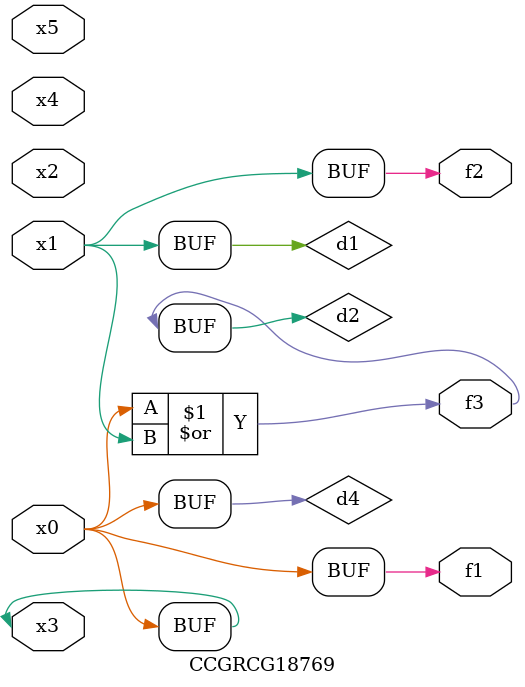
<source format=v>
module CCGRCG18769(
	input x0, x1, x2, x3, x4, x5,
	output f1, f2, f3
);

	wire d1, d2, d3, d4;

	and (d1, x1);
	or (d2, x0, x1);
	nand (d3, x0, x5);
	buf (d4, x0, x3);
	assign f1 = d4;
	assign f2 = d1;
	assign f3 = d2;
endmodule

</source>
